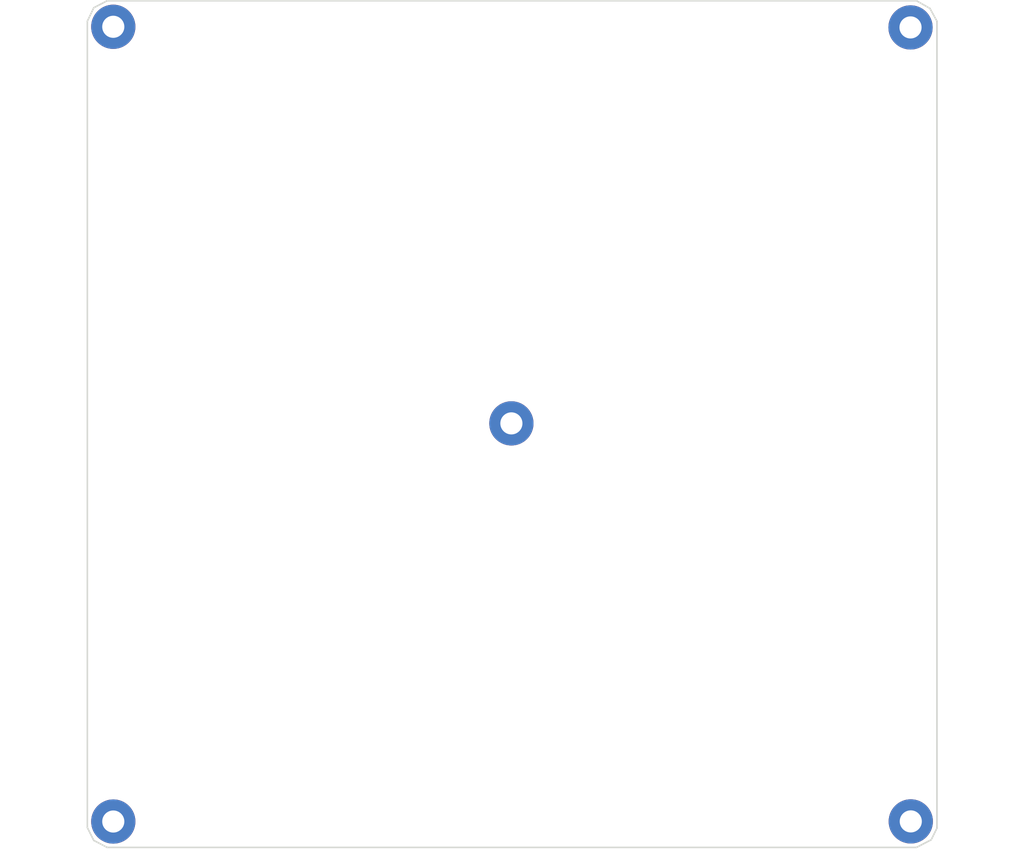
<source format=kicad_pcb>
(kicad_pcb (version 20171130) (host pcbnew "(5.0.2)-1")

  (general
    (thickness 1.6)
    (drawings 12)
    (tracks 0)
    (zones 0)
    (modules 5)
    (nets 1)
  )

  (page A4)
  (layers
    (0 F.Cu signal)
    (31 B.Cu signal)
    (32 B.Adhes user)
    (33 F.Adhes user)
    (34 B.Paste user)
    (35 F.Paste user)
    (36 B.SilkS user)
    (37 F.SilkS user)
    (38 B.Mask user)
    (39 F.Mask user)
    (40 Dwgs.User user)
    (41 Cmts.User user)
    (42 Eco1.User user)
    (43 Eco2.User user)
    (44 Edge.Cuts user)
    (45 Margin user)
    (46 B.CrtYd user)
    (47 F.CrtYd user)
    (48 B.Fab user)
    (49 F.Fab user)
  )

  (setup
    (last_trace_width 0.25)
    (trace_clearance 0.2)
    (zone_clearance 0.508)
    (zone_45_only no)
    (trace_min 0.2)
    (segment_width 0.2)
    (edge_width 0.15)
    (via_size 0.8)
    (via_drill 0.4)
    (via_min_size 0.4)
    (via_min_drill 0.3)
    (uvia_size 0.3)
    (uvia_drill 0.1)
    (uvias_allowed no)
    (uvia_min_size 0.2)
    (uvia_min_drill 0.1)
    (pcb_text_width 0.3)
    (pcb_text_size 1.5 1.5)
    (mod_edge_width 0.15)
    (mod_text_size 1 1)
    (mod_text_width 0.15)
    (pad_size 1.524 1.524)
    (pad_drill 0.762)
    (pad_to_mask_clearance 0.051)
    (solder_mask_min_width 0.25)
    (aux_axis_origin 0 0)
    (visible_elements FFFFFF7F)
    (pcbplotparams
      (layerselection 0x010fc_ffffffff)
      (usegerberextensions false)
      (usegerberattributes false)
      (usegerberadvancedattributes false)
      (creategerberjobfile false)
      (excludeedgelayer true)
      (linewidth 0.100000)
      (plotframeref false)
      (viasonmask false)
      (mode 1)
      (useauxorigin false)
      (hpglpennumber 1)
      (hpglpenspeed 20)
      (hpglpendiameter 15.000000)
      (psnegative false)
      (psa4output false)
      (plotreference true)
      (plotvalue true)
      (plotinvisibletext false)
      (padsonsilk false)
      (subtractmaskfromsilk false)
      (outputformat 1)
      (mirror false)
      (drillshape 1)
      (scaleselection 1)
      (outputdirectory ""))
  )

  (net 0 "")

  (net_class Default "This is the default net class."
    (clearance 0.2)
    (trace_width 0.25)
    (via_dia 0.8)
    (via_drill 0.4)
    (uvia_dia 0.3)
    (uvia_drill 0.1)
  )

  (module MountingHole:MountingHole_2.2mm_M2_Pad (layer F.Cu) (tedit 5CD5E4A2) (tstamp 5CE435B7)
    (at 61.7093 62.5094)
    (descr "Mounting Hole 2.2mm, M2")
    (tags "mounting hole 2.2mm m2")
    (path /5CCA1DAA)
    (attr virtual)
    (fp_text reference H1 (at 0 -3.2) (layer F.SilkS) hide
      (effects (font (size 1 1) (thickness 0.15)))
    )
    (fp_text value MountingHole_Pad (at 0 3.2) (layer F.Fab)
      (effects (font (size 1 1) (thickness 0.15)))
    )
    (fp_circle (center 0 0) (end 2.45 0) (layer F.CrtYd) (width 0.05))
    (fp_circle (center 0 0) (end 2.2 0) (layer Cmts.User) (width 0.15))
    (fp_text user %R (at 0.3 0) (layer F.Fab)
      (effects (font (size 1 1) (thickness 0.15)))
    )
    (pad 1 thru_hole circle (at 0 0) (size 4.4 4.4) (drill 2.2) (layers *.Cu *.Mask))
  )

  (module MountingHole:MountingHole_2.2mm_M2_Pad (layer F.Cu) (tedit 5CD5E4BE) (tstamp 5CE4362D)
    (at 101.4095 23.1013)
    (descr "Mounting Hole 2.2mm, M2")
    (tags "mounting hole 2.2mm m2")
    (attr virtual)
    (fp_text reference REF** (at 0 -3.2) (layer F.SilkS) hide
      (effects (font (size 1 1) (thickness 0.15)))
    )
    (fp_text value MountingHole_2.2mm_M2_Pad (at 0 3.2) (layer F.Fab)
      (effects (font (size 1 1) (thickness 0.15)))
    )
    (fp_circle (center 0 0) (end 2.45 0) (layer F.CrtYd) (width 0.05))
    (fp_circle (center 0 0) (end 2.2 0) (layer Cmts.User) (width 0.15))
    (fp_text user %R (at 0.3 0) (layer F.Fab)
      (effects (font (size 1 1) (thickness 0.15)))
    )
    (pad 1 thru_hole circle (at 0 0) (size 4.4 4.4) (drill 2.2) (layers *.Cu *.Mask))
  )

  (module MountingHole:MountingHole_2.2mm_M2_Pad (layer F.Cu) (tedit 5CD5E49D) (tstamp 5CE435CC)
    (at 22.1107 102.1334)
    (descr "Mounting Hole 2.2mm, M2")
    (tags "mounting hole 2.2mm m2")
    (attr virtual)
    (fp_text reference REF** (at 0 -3.2) (layer F.SilkS) hide
      (effects (font (size 1 1) (thickness 0.15)))
    )
    (fp_text value MountingHole_2.2mm_M2_Pad (at 0 3.2) (layer F.Fab)
      (effects (font (size 1 1) (thickness 0.15)))
    )
    (fp_circle (center 0 0) (end 2.45 0) (layer F.CrtYd) (width 0.05))
    (fp_circle (center 0 0) (end 2.2 0) (layer Cmts.User) (width 0.15))
    (fp_text user %R (at 0.3 0) (layer F.Fab)
      (effects (font (size 1 1) (thickness 0.15)))
    )
    (pad 1 thru_hole circle (at 0 0) (size 4.4 4.4) (drill 2.2) (layers *.Cu *.Mask))
  )

  (module MountingHole:MountingHole_2.2mm_M2_Pad (layer F.Cu) (tedit 5CD5E4BB) (tstamp 5CE435C5)
    (at 22.1107 23.0378)
    (descr "Mounting Hole 2.2mm, M2")
    (tags "mounting hole 2.2mm m2")
    (attr virtual)
    (fp_text reference REF** (at 0 -3.2) (layer F.SilkS) hide
      (effects (font (size 1 1) (thickness 0.15)))
    )
    (fp_text value MountingHole_2.2mm_M2_Pad (at 0 3.2) (layer F.Fab)
      (effects (font (size 1 1) (thickness 0.15)))
    )
    (fp_circle (center 0 0) (end 2.45 0) (layer F.CrtYd) (width 0.05))
    (fp_circle (center 0 0) (end 2.2 0) (layer Cmts.User) (width 0.15))
    (fp_text user %R (at 0.3 0) (layer F.Fab)
      (effects (font (size 1 1) (thickness 0.15)))
    )
    (pad 1 thru_hole circle (at 0 0) (size 4.4 4.4) (drill 2.2) (layers *.Cu *.Mask))
  )

  (module MountingHole:MountingHole_2.2mm_M2_Pad (layer F.Cu) (tedit 5CD5E499) (tstamp 5CE435BE)
    (at 101.4349 102.1207)
    (descr "Mounting Hole 2.2mm, M2")
    (tags "mounting hole 2.2mm m2")
    (attr virtual)
    (fp_text reference REF** (at 0 -3.2) (layer F.SilkS) hide
      (effects (font (size 1 1) (thickness 0.15)))
    )
    (fp_text value MountingHole_2.2mm_M2_Pad (at 0 3.2) (layer F.Fab)
      (effects (font (size 1 1) (thickness 0.15)))
    )
    (fp_circle (center 0 0) (end 2.45 0) (layer F.CrtYd) (width 0.05))
    (fp_circle (center 0 0) (end 2.2 0) (layer Cmts.User) (width 0.15))
    (fp_text user %R (at 0.3 0) (layer F.Fab)
      (effects (font (size 1 1) (thickness 0.15)))
    )
    (pad 1 thru_hole circle (at 0 0) (size 4.4 4.4) (drill 2.2) (layers *.Cu *.Mask))
  )

  (gr_line (start 20.1676 104.013) (end 19.5326 102.743) (layer Edge.Cuts) (width 0.15) (tstamp 5CE4362C))
  (gr_line (start 21.5011 104.7115) (end 20.1676 104.013) (layer Edge.Cuts) (width 0.15) (tstamp 5CE4362B))
  (gr_line (start 19.5326 102.743) (end 19.5326 22.479) (layer Edge.Cuts) (width 0.15) (tstamp 5CE4362A))
  (gr_line (start 102.0064 20.447) (end 103.3399 21.209) (layer Edge.Cuts) (width 0.15) (tstamp 5CE43629))
  (gr_line (start 102.0064 104.7115) (end 21.5011 104.7115) (layer Edge.Cuts) (width 0.15) (tstamp 5CE43628))
  (gr_line (start 102.0064 104.7115) (end 103.4669 103.9495) (layer Edge.Cuts) (width 0.15) (tstamp 5CE43627))
  (gr_line (start 103.3399 21.209) (end 104.0384 22.479) (layer Edge.Cuts) (width 0.15) (tstamp 5CE43626))
  (gr_line (start 20.1676 21.1455) (end 21.5011 20.447) (layer Edge.Cuts) (width 0.15) (tstamp 5CE43625))
  (gr_line (start 21.5011 20.447) (end 102.0064 20.447) (layer Edge.Cuts) (width 0.15) (tstamp 5CE43624))
  (gr_line (start 19.5326 22.479) (end 20.1676 21.1455) (layer Edge.Cuts) (width 0.15) (tstamp 5CE43623))
  (gr_line (start 104.0384 22.479) (end 104.0384 102.7938) (layer Edge.Cuts) (width 0.15) (tstamp 5CE435D4))
  (gr_line (start 103.4669 103.9495) (end 104.0384 102.7938) (layer Edge.Cuts) (width 0.15) (tstamp 5CE435D3))

)

</source>
